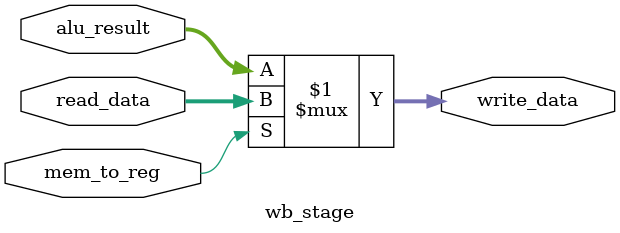
<source format=v>
`timescale 1ns/1ps

module wb_stage (
    input  wire        mem_to_reg,
    input  wire [31:0] read_data,
    input  wire [31:0] alu_result,
    output wire [31:0] write_data
);

    assign write_data = mem_to_reg ? read_data : alu_result;

endmodule

</source>
